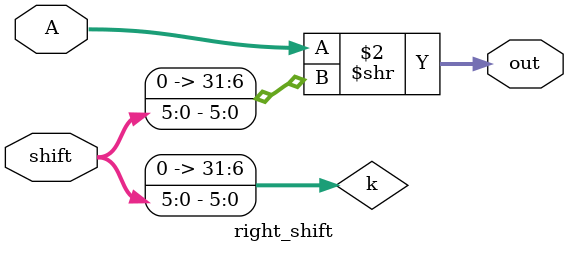
<source format=v>


module left_shift(A, shift, out);
    input [53:0] A;
    input [5:0] shift;
    output reg [53:0] out;

    integer k;
    always @(shift) begin
        k = shift;
        out = A << k;
    end

endmodule

module right_shift(A, shift, out);
    input [52:0] A;
    input [5:0] shift;
    output reg [52:0] out;

    integer k;
    always @(shift) begin
        k = shift;
        out = A >> k;
    end

endmodule







</source>
